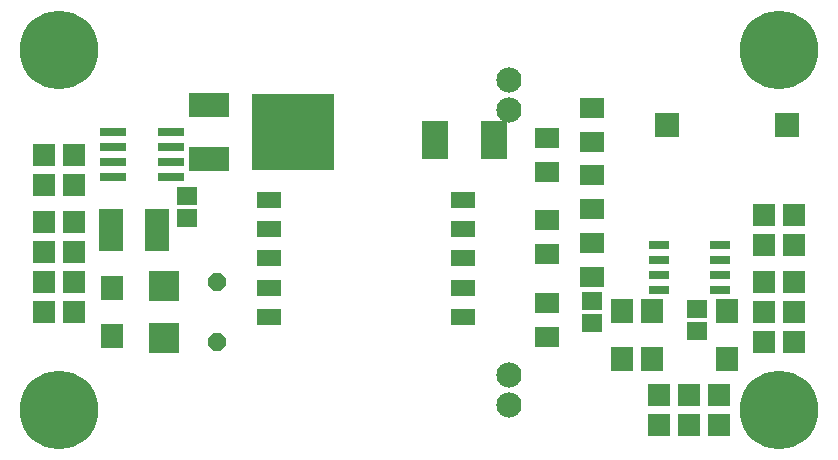
<source format=gbr>
G75*
G70*
%OFA0B0*%
%FSLAX24Y24*%
%IPPOS*%
%LPD*%
%AMOC8*
5,1,8,0,0,1.08239X$1,22.5*
%
%ADD10R,0.0820X0.0541*%
%ADD11C,0.0840*%
%ADD12R,0.1025X0.1025*%
%ADD13R,0.0749X0.0789*%
%ADD14R,0.0828X0.1419*%
%ADD15OC8,0.0600*%
%ADD16R,0.0790X0.0710*%
%ADD17R,0.0671X0.0592*%
%ADD18R,0.0710X0.0316*%
%ADD19R,0.0860X0.0300*%
%ADD20R,0.2757X0.2521*%
%ADD21R,0.1340X0.0789*%
%ADD22R,0.0730X0.0730*%
%ADD23R,0.0867X0.1261*%
%ADD24C,0.2620*%
%ADD25R,0.0848X0.0848*%
D10*
X009300Y008113D03*
X009300Y009089D03*
X009300Y010066D03*
X009300Y011042D03*
X009300Y012018D03*
X015741Y012018D03*
X015741Y011042D03*
X015741Y010066D03*
X015741Y009089D03*
X015741Y008113D03*
D11*
X017300Y006160D03*
X017300Y005192D03*
X017300Y015018D03*
X017300Y016018D03*
D12*
X005800Y009134D03*
X005800Y007402D03*
D13*
X004050Y007461D03*
X004050Y009075D03*
X021050Y008325D03*
X022050Y008325D03*
X024550Y008325D03*
X024550Y006711D03*
X022050Y006711D03*
X021050Y006711D03*
D14*
X005568Y011018D03*
X004032Y011018D03*
D15*
X007550Y009268D03*
X007550Y007268D03*
D16*
X018550Y007458D03*
X018550Y008578D03*
X020050Y009458D03*
X018550Y010208D03*
X020050Y010578D03*
X018550Y011328D03*
X020050Y011708D03*
X020050Y012828D03*
X018550Y012958D03*
X018550Y014078D03*
X020050Y013958D03*
X020050Y015078D03*
D17*
X020050Y008642D03*
X020050Y007894D03*
X023550Y007644D03*
X023550Y008392D03*
X006550Y011394D03*
X006550Y012142D03*
D18*
X022276Y010518D03*
X022276Y010018D03*
X022276Y009518D03*
X022276Y009018D03*
X024324Y009018D03*
X024324Y009518D03*
X024324Y010018D03*
X024324Y010518D03*
D19*
X006020Y012768D03*
X006020Y013268D03*
X006020Y013768D03*
X006020Y014268D03*
X004080Y014268D03*
X004080Y013768D03*
X004080Y013268D03*
X004080Y012768D03*
D20*
X010105Y014268D03*
D21*
X007278Y013371D03*
X007278Y015166D03*
D22*
X002800Y013518D03*
X001800Y013518D03*
X001800Y012518D03*
X002800Y012518D03*
X002800Y011268D03*
X001800Y011268D03*
X001800Y010268D03*
X002800Y010268D03*
X002800Y009268D03*
X001800Y009268D03*
X001800Y008268D03*
X002800Y008268D03*
X022300Y005518D03*
X023300Y005518D03*
X024300Y005518D03*
X024300Y004518D03*
X023300Y004518D03*
X022300Y004518D03*
X025800Y007268D03*
X026800Y007268D03*
X026800Y008268D03*
X025800Y008268D03*
X025800Y009268D03*
X026800Y009268D03*
X026800Y010518D03*
X025800Y010518D03*
X025800Y011518D03*
X026800Y011518D03*
D23*
X016784Y014018D03*
X014816Y014018D03*
D24*
X002300Y005018D03*
X002300Y017018D03*
X026300Y017018D03*
X026300Y005018D03*
D25*
X026550Y014518D03*
X022550Y014518D03*
M02*

</source>
